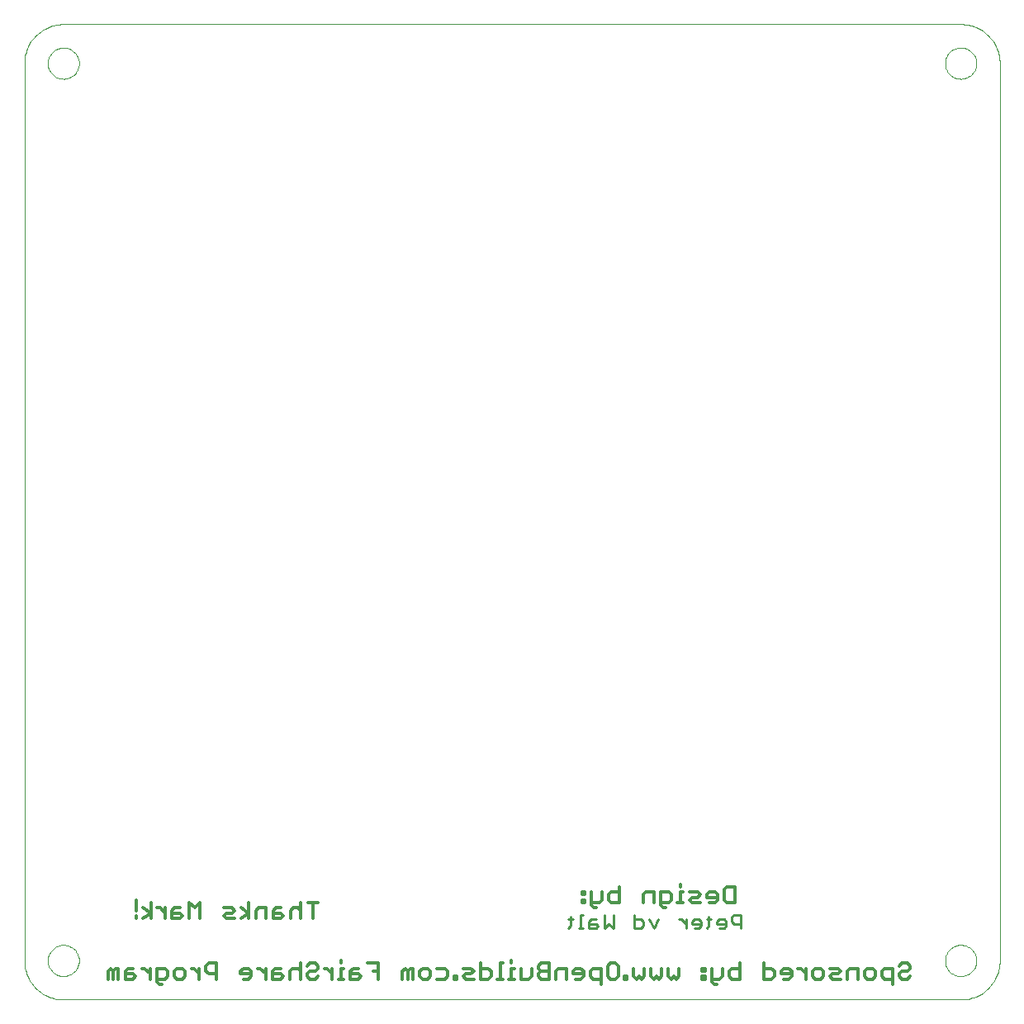
<source format=gbp>
G75*
G70*
%OFA0B0*%
%FSLAX24Y24*%
%IPPOS*%
%LPD*%
%AMOC8*
5,1,8,0,0,1.08239X$1,22.5*
%
%ADD10C,0.0120*%
%ADD11C,0.0110*%
%ADD12C,0.0000*%
D10*
X008133Y003422D02*
X008133Y003742D01*
X008240Y003849D01*
X008347Y003742D01*
X008347Y003422D01*
X008560Y003422D02*
X008560Y003849D01*
X008453Y003849D01*
X008347Y003742D01*
X008833Y003742D02*
X008833Y003422D01*
X009153Y003422D01*
X009260Y003528D01*
X009153Y003635D01*
X008833Y003635D01*
X008833Y003742D02*
X008940Y003849D01*
X009153Y003849D01*
X009523Y003849D02*
X009630Y003849D01*
X009843Y003635D01*
X009843Y003422D02*
X009843Y003849D01*
X010116Y003849D02*
X010436Y003849D01*
X010543Y003742D01*
X010543Y003528D01*
X010436Y003422D01*
X010116Y003422D01*
X010116Y003315D02*
X010116Y003849D01*
X010116Y003315D02*
X010223Y003208D01*
X010329Y003208D01*
X010816Y003528D02*
X010816Y003742D01*
X010923Y003849D01*
X011136Y003849D01*
X011243Y003742D01*
X011243Y003528D01*
X011136Y003422D01*
X010923Y003422D01*
X010816Y003528D01*
X011506Y003849D02*
X011612Y003849D01*
X011826Y003635D01*
X011826Y003422D02*
X011826Y003849D01*
X012099Y003955D02*
X012099Y003742D01*
X012205Y003635D01*
X012526Y003635D01*
X012526Y003422D02*
X012526Y004062D01*
X012205Y004062D01*
X012099Y003955D01*
X013498Y003742D02*
X013498Y003635D01*
X013925Y003635D01*
X013925Y003528D02*
X013925Y003742D01*
X013819Y003849D01*
X013605Y003849D01*
X013498Y003742D01*
X013605Y003422D02*
X013819Y003422D01*
X013925Y003528D01*
X014188Y003849D02*
X014295Y003849D01*
X014509Y003635D01*
X014509Y003422D02*
X014509Y003849D01*
X014781Y003742D02*
X014781Y003422D01*
X015102Y003422D01*
X015208Y003528D01*
X015102Y003635D01*
X014781Y003635D01*
X014781Y003742D02*
X014888Y003849D01*
X015102Y003849D01*
X015481Y003742D02*
X015481Y003422D01*
X015481Y003742D02*
X015588Y003849D01*
X015801Y003849D01*
X015908Y003742D01*
X016181Y003635D02*
X016181Y003528D01*
X016288Y003422D01*
X016501Y003422D01*
X016608Y003528D01*
X016501Y003742D02*
X016288Y003742D01*
X016181Y003635D01*
X016181Y003955D02*
X016288Y004062D01*
X016501Y004062D01*
X016608Y003955D01*
X016608Y003849D01*
X016501Y003742D01*
X016871Y003849D02*
X016978Y003849D01*
X017191Y003635D01*
X017191Y003422D02*
X017191Y003849D01*
X017551Y003849D02*
X017551Y003422D01*
X017658Y003422D02*
X017444Y003422D01*
X017551Y003849D02*
X017658Y003849D01*
X017551Y004062D02*
X017551Y004169D01*
X017930Y003742D02*
X017930Y003422D01*
X018251Y003422D01*
X018357Y003528D01*
X018251Y003635D01*
X017930Y003635D01*
X017930Y003742D02*
X018037Y003849D01*
X018251Y003849D01*
X018630Y004062D02*
X019057Y004062D01*
X019057Y003422D01*
X019057Y003742D02*
X018844Y003742D01*
X020030Y003742D02*
X020030Y003422D01*
X020243Y003422D02*
X020243Y003742D01*
X020137Y003849D01*
X020030Y003742D01*
X020243Y003742D02*
X020350Y003849D01*
X020457Y003849D01*
X020457Y003422D01*
X020730Y003528D02*
X020730Y003742D01*
X020836Y003849D01*
X021050Y003849D01*
X021157Y003742D01*
X021157Y003528D01*
X021050Y003422D01*
X020836Y003422D01*
X020730Y003528D01*
X021429Y003422D02*
X021750Y003422D01*
X021856Y003528D01*
X021856Y003742D01*
X021750Y003849D01*
X021429Y003849D01*
X022100Y003528D02*
X022100Y003422D01*
X022206Y003422D01*
X022206Y003528D01*
X022100Y003528D01*
X022479Y003528D02*
X022586Y003635D01*
X022799Y003635D01*
X022906Y003742D01*
X022799Y003849D01*
X022479Y003849D01*
X022479Y003528D02*
X022586Y003422D01*
X022906Y003422D01*
X023179Y003422D02*
X023179Y004062D01*
X023179Y003849D02*
X023499Y003849D01*
X023606Y003742D01*
X023606Y003528D01*
X023499Y003422D01*
X023179Y003422D01*
X023859Y003422D02*
X024072Y003422D01*
X023966Y003422D02*
X023966Y004062D01*
X024072Y004062D01*
X024432Y004062D02*
X024432Y004169D01*
X024432Y003849D02*
X024432Y003422D01*
X024539Y003422D02*
X024325Y003422D01*
X024432Y003849D02*
X024539Y003849D01*
X024812Y003849D02*
X024812Y003422D01*
X025132Y003422D01*
X025239Y003528D01*
X025239Y003849D01*
X025512Y003849D02*
X025618Y003742D01*
X025939Y003742D01*
X026211Y003742D02*
X026211Y003422D01*
X025939Y003422D02*
X025618Y003422D01*
X025512Y003528D01*
X025512Y003635D01*
X025618Y003742D01*
X025512Y003849D02*
X025512Y003955D01*
X025618Y004062D01*
X025939Y004062D01*
X025939Y003422D01*
X026211Y003742D02*
X026318Y003849D01*
X026638Y003849D01*
X026638Y003422D01*
X026911Y003635D02*
X027338Y003635D01*
X027338Y003528D02*
X027338Y003742D01*
X027231Y003849D01*
X027018Y003849D01*
X026911Y003742D01*
X026911Y003635D01*
X027018Y003422D02*
X027231Y003422D01*
X027338Y003528D01*
X027611Y003528D02*
X027718Y003422D01*
X028038Y003422D01*
X028038Y003208D02*
X028038Y003849D01*
X027718Y003849D01*
X027611Y003742D01*
X027611Y003528D01*
X028311Y003528D02*
X028311Y003955D01*
X028417Y004062D01*
X028631Y004062D01*
X028738Y003955D01*
X028738Y003528D01*
X028631Y003422D01*
X028417Y003422D01*
X028311Y003528D01*
X028981Y003528D02*
X028981Y003422D01*
X029088Y003422D01*
X029088Y003528D01*
X028981Y003528D01*
X029360Y003528D02*
X029360Y003849D01*
X029360Y003528D02*
X029467Y003422D01*
X029574Y003528D01*
X029681Y003422D01*
X029787Y003528D01*
X029787Y003849D01*
X030060Y003849D02*
X030060Y003528D01*
X030167Y003422D01*
X030274Y003528D01*
X030380Y003422D01*
X030487Y003528D01*
X030487Y003849D01*
X030760Y003849D02*
X030760Y003528D01*
X030867Y003422D01*
X030973Y003528D01*
X031080Y003422D01*
X031187Y003528D01*
X031187Y003849D01*
X032130Y003849D02*
X032130Y003742D01*
X032237Y003742D01*
X032237Y003849D01*
X032130Y003849D01*
X032130Y003528D02*
X032130Y003422D01*
X032237Y003422D01*
X032237Y003528D01*
X032130Y003528D01*
X032509Y003422D02*
X032830Y003422D01*
X032937Y003528D01*
X032937Y003849D01*
X033209Y003742D02*
X033209Y003528D01*
X033316Y003422D01*
X033636Y003422D01*
X033636Y004062D01*
X033636Y003849D02*
X033316Y003849D01*
X033209Y003742D01*
X032723Y003208D02*
X032616Y003208D01*
X032509Y003315D01*
X032509Y003849D01*
X034609Y003849D02*
X034929Y003849D01*
X035036Y003742D01*
X035036Y003528D01*
X034929Y003422D01*
X034609Y003422D01*
X034609Y004062D01*
X035309Y003742D02*
X035309Y003635D01*
X035736Y003635D01*
X035736Y003528D02*
X035736Y003742D01*
X035629Y003849D01*
X035415Y003849D01*
X035309Y003742D01*
X035415Y003422D02*
X035629Y003422D01*
X035736Y003528D01*
X035999Y003849D02*
X036105Y003849D01*
X036319Y003635D01*
X036319Y003422D02*
X036319Y003849D01*
X036592Y003742D02*
X036592Y003528D01*
X036698Y003422D01*
X036912Y003422D01*
X037019Y003528D01*
X037019Y003742D01*
X036912Y003849D01*
X036698Y003849D01*
X036592Y003742D01*
X037291Y003849D02*
X037612Y003849D01*
X037718Y003742D01*
X037612Y003635D01*
X037398Y003635D01*
X037291Y003528D01*
X037398Y003422D01*
X037718Y003422D01*
X037991Y003422D02*
X037991Y003742D01*
X038098Y003849D01*
X038418Y003849D01*
X038418Y003422D01*
X038691Y003528D02*
X038691Y003742D01*
X038798Y003849D01*
X039011Y003849D01*
X039118Y003742D01*
X039118Y003528D01*
X039011Y003422D01*
X038798Y003422D01*
X038691Y003528D01*
X039391Y003528D02*
X039391Y003742D01*
X039498Y003849D01*
X039818Y003849D01*
X039818Y003208D01*
X039818Y003422D02*
X039498Y003422D01*
X039391Y003528D01*
X040091Y003528D02*
X040197Y003422D01*
X040411Y003422D01*
X040518Y003528D01*
X040411Y003742D02*
X040197Y003742D01*
X040091Y003635D01*
X040091Y003528D01*
X040411Y003742D02*
X040518Y003849D01*
X040518Y003955D01*
X040411Y004062D01*
X040197Y004062D01*
X040091Y003955D01*
X033442Y006507D02*
X033121Y006507D01*
X033015Y006614D01*
X033015Y007041D01*
X033121Y007147D01*
X033442Y007147D01*
X033442Y006507D01*
X032742Y006614D02*
X032742Y006827D01*
X032635Y006934D01*
X032422Y006934D01*
X032315Y006827D01*
X032315Y006720D01*
X032742Y006720D01*
X032742Y006614D02*
X032635Y006507D01*
X032422Y006507D01*
X032042Y006507D02*
X031722Y006507D01*
X031615Y006614D01*
X031722Y006720D01*
X031935Y006720D01*
X032042Y006827D01*
X031935Y006934D01*
X031615Y006934D01*
X031342Y006934D02*
X031235Y006934D01*
X031235Y006507D01*
X031129Y006507D02*
X031342Y006507D01*
X030876Y006614D02*
X030876Y006827D01*
X030769Y006934D01*
X030449Y006934D01*
X030449Y006400D01*
X030555Y006293D01*
X030662Y006293D01*
X030769Y006507D02*
X030449Y006507D01*
X030176Y006507D02*
X030176Y006934D01*
X029856Y006934D01*
X029749Y006827D01*
X029749Y006507D01*
X028776Y006507D02*
X028456Y006507D01*
X028349Y006614D01*
X028349Y006827D01*
X028456Y006934D01*
X028776Y006934D01*
X028776Y007147D02*
X028776Y006507D01*
X028076Y006614D02*
X027970Y006507D01*
X027649Y006507D01*
X027649Y006400D02*
X027756Y006293D01*
X027863Y006293D01*
X027649Y006400D02*
X027649Y006934D01*
X027377Y006934D02*
X027377Y006827D01*
X027270Y006827D01*
X027270Y006934D01*
X027377Y006934D01*
X027377Y006614D02*
X027270Y006614D01*
X027270Y006507D01*
X027377Y006507D01*
X027377Y006614D01*
X028076Y006614D02*
X028076Y006934D01*
X030769Y006507D02*
X030876Y006614D01*
X031235Y007147D02*
X031235Y007254D01*
X016630Y006506D02*
X016203Y006506D01*
X016417Y006506D02*
X016417Y005865D01*
X015930Y005865D02*
X015930Y006506D01*
X015824Y006292D02*
X015610Y006292D01*
X015503Y006185D01*
X015503Y005865D01*
X015231Y005972D02*
X015124Y005865D01*
X014804Y005865D01*
X014804Y006185D01*
X014910Y006292D01*
X015124Y006292D01*
X015124Y006079D02*
X014804Y006079D01*
X015124Y006079D02*
X015231Y005972D01*
X015824Y006292D02*
X015930Y006185D01*
X014531Y006292D02*
X014531Y005865D01*
X014104Y005865D02*
X014104Y006185D01*
X014211Y006292D01*
X014531Y006292D01*
X013831Y006079D02*
X013511Y006292D01*
X013248Y006185D02*
X013141Y006292D01*
X012821Y006292D01*
X012928Y006079D02*
X013141Y006079D01*
X013248Y006185D01*
X013248Y005865D02*
X012928Y005865D01*
X012821Y005972D01*
X012928Y006079D01*
X013511Y005865D02*
X013831Y006079D01*
X013831Y005865D02*
X013831Y006506D01*
X011848Y006506D02*
X011848Y005865D01*
X011421Y005865D02*
X011421Y006506D01*
X011635Y006292D01*
X011848Y006506D01*
X011042Y006292D02*
X010828Y006292D01*
X010721Y006185D01*
X010721Y005865D01*
X011042Y005865D01*
X011149Y005972D01*
X011042Y006079D01*
X010721Y006079D01*
X010449Y006079D02*
X010235Y006292D01*
X010128Y006292D01*
X010449Y006292D02*
X010449Y005865D01*
X009866Y005865D02*
X009866Y006506D01*
X009545Y006292D02*
X009866Y006079D01*
X009545Y005865D01*
X009282Y005865D02*
X009282Y005972D01*
X009282Y006185D02*
X009282Y006612D01*
X015908Y004062D02*
X015908Y003422D01*
D11*
X026729Y005467D02*
X026821Y005558D01*
X026821Y005925D01*
X026913Y005834D02*
X026729Y005834D01*
X027226Y006017D02*
X027226Y005467D01*
X027135Y005467D02*
X027318Y005467D01*
X027559Y005467D02*
X027834Y005467D01*
X027926Y005558D01*
X027834Y005650D01*
X027559Y005650D01*
X027559Y005742D02*
X027559Y005467D01*
X027559Y005742D02*
X027651Y005834D01*
X027834Y005834D01*
X028166Y006017D02*
X028166Y005467D01*
X028350Y005650D01*
X028533Y005467D01*
X028533Y006017D01*
X029382Y006017D02*
X029382Y005467D01*
X029657Y005467D01*
X029749Y005558D01*
X029749Y005742D01*
X029657Y005834D01*
X029382Y005834D01*
X029990Y005834D02*
X030173Y005467D01*
X030357Y005834D01*
X031196Y005834D02*
X031287Y005834D01*
X031471Y005650D01*
X031471Y005467D02*
X031471Y005834D01*
X031712Y005742D02*
X031712Y005650D01*
X032079Y005650D01*
X032079Y005558D02*
X032079Y005742D01*
X031987Y005834D01*
X031803Y005834D01*
X031712Y005742D01*
X031803Y005467D02*
X031987Y005467D01*
X032079Y005558D01*
X032300Y005467D02*
X032392Y005558D01*
X032392Y005925D01*
X032484Y005834D02*
X032300Y005834D01*
X032724Y005742D02*
X032724Y005650D01*
X033091Y005650D01*
X033091Y005558D02*
X033091Y005742D01*
X033000Y005834D01*
X032816Y005834D01*
X032724Y005742D01*
X032816Y005467D02*
X033000Y005467D01*
X033091Y005558D01*
X033332Y005742D02*
X033332Y005925D01*
X033424Y006017D01*
X033699Y006017D01*
X033699Y005467D01*
X033699Y005650D02*
X033424Y005650D01*
X033332Y005742D01*
X027318Y006017D02*
X027226Y006017D01*
D12*
X004767Y004166D02*
X004767Y040386D01*
X005712Y040386D02*
X005714Y040436D01*
X005720Y040486D01*
X005730Y040535D01*
X005744Y040583D01*
X005761Y040630D01*
X005782Y040675D01*
X005807Y040719D01*
X005835Y040760D01*
X005867Y040799D01*
X005901Y040836D01*
X005938Y040870D01*
X005978Y040900D01*
X006020Y040927D01*
X006064Y040951D01*
X006110Y040972D01*
X006157Y040988D01*
X006205Y041001D01*
X006255Y041010D01*
X006304Y041015D01*
X006355Y041016D01*
X006405Y041013D01*
X006454Y041006D01*
X006503Y040995D01*
X006551Y040980D01*
X006597Y040962D01*
X006642Y040940D01*
X006685Y040914D01*
X006726Y040885D01*
X006765Y040853D01*
X006801Y040818D01*
X006833Y040780D01*
X006863Y040740D01*
X006890Y040697D01*
X006913Y040653D01*
X006932Y040607D01*
X006948Y040559D01*
X006960Y040510D01*
X006968Y040461D01*
X006972Y040411D01*
X006972Y040361D01*
X006968Y040311D01*
X006960Y040262D01*
X006948Y040213D01*
X006932Y040165D01*
X006913Y040119D01*
X006890Y040075D01*
X006863Y040032D01*
X006833Y039992D01*
X006801Y039954D01*
X006765Y039919D01*
X006726Y039887D01*
X006685Y039858D01*
X006642Y039832D01*
X006597Y039810D01*
X006551Y039792D01*
X006503Y039777D01*
X006454Y039766D01*
X006405Y039759D01*
X006355Y039756D01*
X006304Y039757D01*
X006255Y039762D01*
X006205Y039771D01*
X006157Y039784D01*
X006110Y039800D01*
X006064Y039821D01*
X006020Y039845D01*
X005978Y039872D01*
X005938Y039902D01*
X005901Y039936D01*
X005867Y039973D01*
X005835Y040012D01*
X005807Y040053D01*
X005782Y040097D01*
X005761Y040142D01*
X005744Y040189D01*
X005730Y040237D01*
X005720Y040286D01*
X005714Y040336D01*
X005712Y040386D01*
X004767Y040386D02*
X004769Y040463D01*
X004775Y040540D01*
X004784Y040617D01*
X004797Y040693D01*
X004814Y040769D01*
X004835Y040843D01*
X004859Y040917D01*
X004887Y040989D01*
X004918Y041059D01*
X004953Y041128D01*
X004991Y041196D01*
X005032Y041261D01*
X005077Y041324D01*
X005125Y041385D01*
X005175Y041444D01*
X005228Y041500D01*
X005284Y041553D01*
X005343Y041603D01*
X005404Y041651D01*
X005467Y041696D01*
X005532Y041737D01*
X005600Y041775D01*
X005669Y041810D01*
X005739Y041841D01*
X005811Y041869D01*
X005885Y041893D01*
X005959Y041914D01*
X006035Y041931D01*
X006111Y041944D01*
X006188Y041953D01*
X006265Y041959D01*
X006342Y041961D01*
X042563Y041961D01*
X041933Y040386D02*
X041935Y040436D01*
X041941Y040486D01*
X041951Y040535D01*
X041965Y040583D01*
X041982Y040630D01*
X042003Y040675D01*
X042028Y040719D01*
X042056Y040760D01*
X042088Y040799D01*
X042122Y040836D01*
X042159Y040870D01*
X042199Y040900D01*
X042241Y040927D01*
X042285Y040951D01*
X042331Y040972D01*
X042378Y040988D01*
X042426Y041001D01*
X042476Y041010D01*
X042525Y041015D01*
X042576Y041016D01*
X042626Y041013D01*
X042675Y041006D01*
X042724Y040995D01*
X042772Y040980D01*
X042818Y040962D01*
X042863Y040940D01*
X042906Y040914D01*
X042947Y040885D01*
X042986Y040853D01*
X043022Y040818D01*
X043054Y040780D01*
X043084Y040740D01*
X043111Y040697D01*
X043134Y040653D01*
X043153Y040607D01*
X043169Y040559D01*
X043181Y040510D01*
X043189Y040461D01*
X043193Y040411D01*
X043193Y040361D01*
X043189Y040311D01*
X043181Y040262D01*
X043169Y040213D01*
X043153Y040165D01*
X043134Y040119D01*
X043111Y040075D01*
X043084Y040032D01*
X043054Y039992D01*
X043022Y039954D01*
X042986Y039919D01*
X042947Y039887D01*
X042906Y039858D01*
X042863Y039832D01*
X042818Y039810D01*
X042772Y039792D01*
X042724Y039777D01*
X042675Y039766D01*
X042626Y039759D01*
X042576Y039756D01*
X042525Y039757D01*
X042476Y039762D01*
X042426Y039771D01*
X042378Y039784D01*
X042331Y039800D01*
X042285Y039821D01*
X042241Y039845D01*
X042199Y039872D01*
X042159Y039902D01*
X042122Y039936D01*
X042088Y039973D01*
X042056Y040012D01*
X042028Y040053D01*
X042003Y040097D01*
X041982Y040142D01*
X041965Y040189D01*
X041951Y040237D01*
X041941Y040286D01*
X041935Y040336D01*
X041933Y040386D01*
X042563Y041961D02*
X042640Y041959D01*
X042717Y041953D01*
X042794Y041944D01*
X042870Y041931D01*
X042946Y041914D01*
X043020Y041893D01*
X043094Y041869D01*
X043166Y041841D01*
X043236Y041810D01*
X043305Y041775D01*
X043373Y041737D01*
X043438Y041696D01*
X043501Y041651D01*
X043562Y041603D01*
X043621Y041553D01*
X043677Y041500D01*
X043730Y041444D01*
X043780Y041385D01*
X043828Y041324D01*
X043873Y041261D01*
X043914Y041196D01*
X043952Y041128D01*
X043987Y041059D01*
X044018Y040989D01*
X044046Y040917D01*
X044070Y040843D01*
X044091Y040769D01*
X044108Y040693D01*
X044121Y040617D01*
X044130Y040540D01*
X044136Y040463D01*
X044138Y040386D01*
X044137Y040386D02*
X044137Y004166D01*
X041933Y004166D02*
X041935Y004216D01*
X041941Y004266D01*
X041951Y004315D01*
X041965Y004363D01*
X041982Y004410D01*
X042003Y004455D01*
X042028Y004499D01*
X042056Y004540D01*
X042088Y004579D01*
X042122Y004616D01*
X042159Y004650D01*
X042199Y004680D01*
X042241Y004707D01*
X042285Y004731D01*
X042331Y004752D01*
X042378Y004768D01*
X042426Y004781D01*
X042476Y004790D01*
X042525Y004795D01*
X042576Y004796D01*
X042626Y004793D01*
X042675Y004786D01*
X042724Y004775D01*
X042772Y004760D01*
X042818Y004742D01*
X042863Y004720D01*
X042906Y004694D01*
X042947Y004665D01*
X042986Y004633D01*
X043022Y004598D01*
X043054Y004560D01*
X043084Y004520D01*
X043111Y004477D01*
X043134Y004433D01*
X043153Y004387D01*
X043169Y004339D01*
X043181Y004290D01*
X043189Y004241D01*
X043193Y004191D01*
X043193Y004141D01*
X043189Y004091D01*
X043181Y004042D01*
X043169Y003993D01*
X043153Y003945D01*
X043134Y003899D01*
X043111Y003855D01*
X043084Y003812D01*
X043054Y003772D01*
X043022Y003734D01*
X042986Y003699D01*
X042947Y003667D01*
X042906Y003638D01*
X042863Y003612D01*
X042818Y003590D01*
X042772Y003572D01*
X042724Y003557D01*
X042675Y003546D01*
X042626Y003539D01*
X042576Y003536D01*
X042525Y003537D01*
X042476Y003542D01*
X042426Y003551D01*
X042378Y003564D01*
X042331Y003580D01*
X042285Y003601D01*
X042241Y003625D01*
X042199Y003652D01*
X042159Y003682D01*
X042122Y003716D01*
X042088Y003753D01*
X042056Y003792D01*
X042028Y003833D01*
X042003Y003877D01*
X041982Y003922D01*
X041965Y003969D01*
X041951Y004017D01*
X041941Y004066D01*
X041935Y004116D01*
X041933Y004166D01*
X042563Y002591D02*
X042640Y002593D01*
X042717Y002599D01*
X042794Y002608D01*
X042870Y002621D01*
X042946Y002638D01*
X043020Y002659D01*
X043094Y002683D01*
X043166Y002711D01*
X043236Y002742D01*
X043305Y002777D01*
X043373Y002815D01*
X043438Y002856D01*
X043501Y002901D01*
X043562Y002949D01*
X043621Y002999D01*
X043677Y003052D01*
X043730Y003108D01*
X043780Y003167D01*
X043828Y003228D01*
X043873Y003291D01*
X043914Y003356D01*
X043952Y003424D01*
X043987Y003493D01*
X044018Y003563D01*
X044046Y003635D01*
X044070Y003709D01*
X044091Y003783D01*
X044108Y003859D01*
X044121Y003935D01*
X044130Y004012D01*
X044136Y004089D01*
X044138Y004166D01*
X042563Y002591D02*
X006342Y002591D01*
X005712Y004166D02*
X005714Y004216D01*
X005720Y004266D01*
X005730Y004315D01*
X005744Y004363D01*
X005761Y004410D01*
X005782Y004455D01*
X005807Y004499D01*
X005835Y004540D01*
X005867Y004579D01*
X005901Y004616D01*
X005938Y004650D01*
X005978Y004680D01*
X006020Y004707D01*
X006064Y004731D01*
X006110Y004752D01*
X006157Y004768D01*
X006205Y004781D01*
X006255Y004790D01*
X006304Y004795D01*
X006355Y004796D01*
X006405Y004793D01*
X006454Y004786D01*
X006503Y004775D01*
X006551Y004760D01*
X006597Y004742D01*
X006642Y004720D01*
X006685Y004694D01*
X006726Y004665D01*
X006765Y004633D01*
X006801Y004598D01*
X006833Y004560D01*
X006863Y004520D01*
X006890Y004477D01*
X006913Y004433D01*
X006932Y004387D01*
X006948Y004339D01*
X006960Y004290D01*
X006968Y004241D01*
X006972Y004191D01*
X006972Y004141D01*
X006968Y004091D01*
X006960Y004042D01*
X006948Y003993D01*
X006932Y003945D01*
X006913Y003899D01*
X006890Y003855D01*
X006863Y003812D01*
X006833Y003772D01*
X006801Y003734D01*
X006765Y003699D01*
X006726Y003667D01*
X006685Y003638D01*
X006642Y003612D01*
X006597Y003590D01*
X006551Y003572D01*
X006503Y003557D01*
X006454Y003546D01*
X006405Y003539D01*
X006355Y003536D01*
X006304Y003537D01*
X006255Y003542D01*
X006205Y003551D01*
X006157Y003564D01*
X006110Y003580D01*
X006064Y003601D01*
X006020Y003625D01*
X005978Y003652D01*
X005938Y003682D01*
X005901Y003716D01*
X005867Y003753D01*
X005835Y003792D01*
X005807Y003833D01*
X005782Y003877D01*
X005761Y003922D01*
X005744Y003969D01*
X005730Y004017D01*
X005720Y004066D01*
X005714Y004116D01*
X005712Y004166D01*
X004767Y004166D02*
X004769Y004089D01*
X004775Y004012D01*
X004784Y003935D01*
X004797Y003859D01*
X004814Y003783D01*
X004835Y003709D01*
X004859Y003635D01*
X004887Y003563D01*
X004918Y003493D01*
X004953Y003424D01*
X004991Y003356D01*
X005032Y003291D01*
X005077Y003228D01*
X005125Y003167D01*
X005175Y003108D01*
X005228Y003052D01*
X005284Y002999D01*
X005343Y002949D01*
X005404Y002901D01*
X005467Y002856D01*
X005532Y002815D01*
X005600Y002777D01*
X005669Y002742D01*
X005739Y002711D01*
X005811Y002683D01*
X005885Y002659D01*
X005959Y002638D01*
X006035Y002621D01*
X006111Y002608D01*
X006188Y002599D01*
X006265Y002593D01*
X006342Y002591D01*
M02*

</source>
